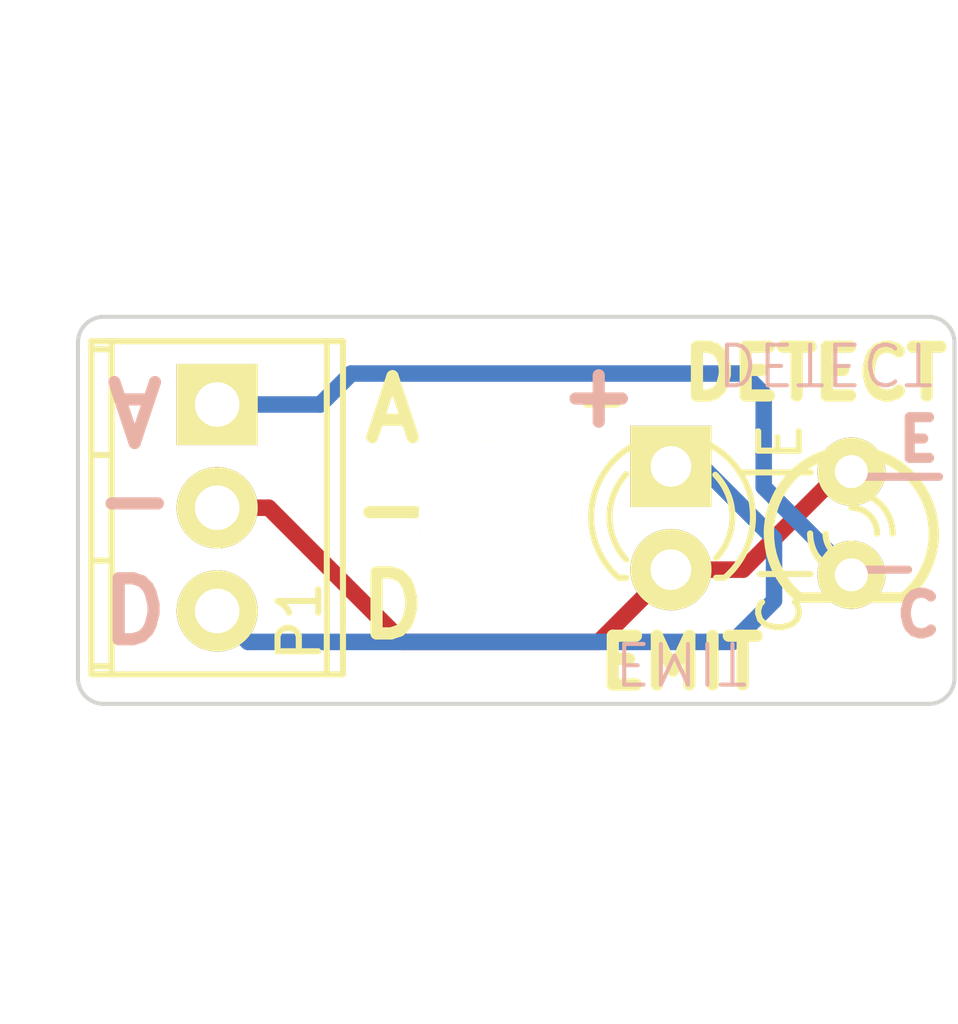
<source format=kicad_pcb>
(kicad_pcb (version 4) (host pcbnew 4.0.4-stable)

  (general
    (links 4)
    (no_connects 0)
    (area 134.47812 91.899999 158.165001 117.100001)
    (thickness 1.6)
    (drawings 21)
    (tracks 19)
    (zones 0)
    (modules 4)
    (nets 4)
  )

  (page A4)
  (layers
    (0 F.Cu signal)
    (31 B.Cu signal)
    (32 B.Adhes user)
    (33 F.Adhes user)
    (34 B.Paste user)
    (35 F.Paste user)
    (36 B.SilkS user)
    (37 F.SilkS user)
    (38 B.Mask user)
    (39 F.Mask user)
    (40 Dwgs.User user)
    (41 Cmts.User user)
    (42 Eco1.User user)
    (43 Eco2.User user)
    (44 Edge.Cuts user)
    (45 Margin user)
    (46 B.CrtYd user)
    (47 F.CrtYd user)
    (48 B.Fab user)
    (49 F.Fab user)
  )

  (setup
    (last_trace_width 0.4064)
    (user_trace_width 0.4064)
    (trace_clearance 0.2)
    (zone_clearance 0.508)
    (zone_45_only no)
    (trace_min 0.2)
    (segment_width 0.2)
    (edge_width 0.1)
    (via_size 0.6)
    (via_drill 0.4)
    (via_min_size 0.4)
    (via_min_drill 0.3)
    (uvia_size 0.3)
    (uvia_drill 0.1)
    (uvias_allowed no)
    (uvia_min_size 0.2)
    (uvia_min_drill 0.1)
    (pcb_text_width 0.3)
    (pcb_text_size 1.5 1.5)
    (mod_edge_width 0.15)
    (mod_text_size 1 1)
    (mod_text_width 0.15)
    (pad_size 1.5 1.5)
    (pad_drill 0.6)
    (pad_to_mask_clearance 0)
    (aux_axis_origin 0 0)
    (visible_elements 7FFFFFFF)
    (pcbplotparams
      (layerselection 0x00030_80000001)
      (usegerberextensions false)
      (excludeedgelayer true)
      (linewidth 0.100000)
      (plotframeref false)
      (viasonmask false)
      (mode 1)
      (useauxorigin false)
      (hpglpennumber 1)
      (hpglpenspeed 20)
      (hpglpendiameter 15)
      (hpglpenoverlay 2)
      (psnegative false)
      (psa4output false)
      (plotreference true)
      (plotvalue true)
      (plotinvisibletext false)
      (padsonsilk false)
      (subtractmaskfromsilk false)
      (outputformat 1)
      (mirror false)
      (drillshape 1)
      (scaleselection 1)
      (outputdirectory ""))
  )

  (net 0 "")
  (net 1 "Net-(D1-Pad1)")
  (net 2 "Net-(D1-Pad2)")
  (net 3 "Net-(P1-Pad1)")

  (net_class Default "This is the default net class."
    (clearance 0.2)
    (trace_width 0.25)
    (via_dia 0.6)
    (via_drill 0.4)
    (uvia_dia 0.3)
    (uvia_drill 0.1)
    (add_net "Net-(D1-Pad1)")
    (add_net "Net-(D1-Pad2)")
    (add_net "Net-(P1-Pad1)")
  )

  (module myFootPrints:LED-3MM (layer F.Cu) (tedit 587D7E44) (tstamp 587BE3CD)
    (at 151.13 105.918 90)
    (descr "LED 3mm round vertical")
    (tags "LED  3mm round vertical")
    (path /5883B77E)
    (fp_text reference D1 (at 1.91 3.06 90) (layer F.SilkS) hide
      (effects (font (size 1 1) (thickness 0.15)))
    )
    (fp_text value LED (at 1.27 -1.524 90) (layer F.Fab)
      (effects (font (size 1 1) (thickness 0.15)))
    )
    (fp_text user + (at 4.064 -1.778 90) (layer F.SilkS)
      (effects (font (size 1 1) (thickness 0.15)))
    )
    (fp_line (start -1.2 2.3) (end 3.8 2.3) (layer F.CrtYd) (width 0.05))
    (fp_line (start 3.8 2.3) (end 3.8 -2.2) (layer F.CrtYd) (width 0.05))
    (fp_line (start 3.8 -2.2) (end -1.2 -2.2) (layer F.CrtYd) (width 0.05))
    (fp_line (start -1.2 -2.2) (end -1.2 2.3) (layer F.CrtYd) (width 0.05))
    (fp_line (start -0.199 1.314) (end -0.199 1.114) (layer F.SilkS) (width 0.15))
    (fp_line (start -0.199 -1.28) (end -0.199 -1.1) (layer F.SilkS) (width 0.15))
    (fp_arc (start 1.301 0.034) (end -0.199 -1.286) (angle 108.5) (layer F.SilkS) (width 0.15))
    (fp_arc (start 1.301 0.034) (end 0.25 -1.1) (angle 85.7) (layer F.SilkS) (width 0.15))
    (fp_arc (start 1.311 0.034) (end 3.051 0.994) (angle 110) (layer F.SilkS) (width 0.15))
    (fp_arc (start 1.301 0.034) (end 2.335 1.094) (angle 87.5) (layer F.SilkS) (width 0.15))
    (pad 1 thru_hole circle (at 0 0 180) (size 2 2) (drill 1.00076) (layers *.Cu *.Mask F.SilkS)
      (net 1 "Net-(D1-Pad1)"))
    (pad 2 thru_hole rect (at 2.54 0 90) (size 2 2) (drill 1.00076) (layers *.Cu *.Mask F.SilkS)
      (net 2 "Net-(D1-Pad2)"))
    (model LEDs.3dshapes/LED-3MM.wrl
      (at (xyz 0.05 0 0))
      (scale (xyz 1 1 1))
      (rotate (xyz 0 0 90))
    )
  )

  (module Terminal_Blocks:TerminalBlock_Pheonix_MPT-2.54mm_3pol (layer F.Cu) (tedit 587BE40B) (tstamp 587BE3D4)
    (at 139.954 101.854 270)
    (descr "3-way 2.54mm pitch terminal block, Phoenix MPT series")
    (path /587EA1B9)
    (fp_text reference P1 (at 5.334 -2.032 270) (layer F.SilkS)
      (effects (font (size 1 1) (thickness 0.15)))
    )
    (fp_text value CONN_01X03 (at 2.54 4.50088 270) (layer F.Fab)
      (effects (font (size 1 1) (thickness 0.15)))
    )
    (fp_line (start -1.778 3.302) (end 6.858 3.302) (layer F.CrtYd) (width 0.05))
    (fp_line (start -1.778 -3.302) (end -1.778 3.302) (layer F.CrtYd) (width 0.05))
    (fp_line (start 6.858 -3.302) (end -1.778 -3.302) (layer F.CrtYd) (width 0.05))
    (fp_line (start 6.858 3.302) (end 6.858 -3.302) (layer F.CrtYd) (width 0.05))
    (fp_line (start 6.63956 -3.0988) (end -1.55956 -3.0988) (layer F.SilkS) (width 0.15))
    (fp_line (start 6.63956 -2.70002) (end -1.55956 -2.70002) (layer F.SilkS) (width 0.15))
    (fp_line (start 6.63956 2.60096) (end -1.55956 2.60096) (layer F.SilkS) (width 0.15))
    (fp_line (start -1.55956 3.0988) (end 6.63956 3.0988) (layer F.SilkS) (width 0.15))
    (fp_line (start 3.84048 2.60096) (end 3.84048 3.0988) (layer F.SilkS) (width 0.15))
    (fp_line (start -1.3589 3.0988) (end -1.3589 2.60096) (layer F.SilkS) (width 0.15))
    (fp_line (start 6.44144 2.60096) (end 6.44144 3.0988) (layer F.SilkS) (width 0.15))
    (fp_line (start 1.24206 3.0988) (end 1.24206 2.60096) (layer F.SilkS) (width 0.15))
    (fp_line (start 6.63956 3.0988) (end 6.63956 -3.0988) (layer F.SilkS) (width 0.15))
    (fp_line (start -1.55702 -3.0988) (end -1.55702 3.0988) (layer F.SilkS) (width 0.15))
    (pad 3 thru_hole oval (at 5.08 0 270) (size 1.99898 1.99898) (drill 1.09728) (layers *.Cu *.Mask F.SilkS)
      (net 2 "Net-(D1-Pad2)"))
    (pad 1 thru_hole rect (at 0 0 270) (size 1.99898 1.99898) (drill 1.09728) (layers *.Cu *.Mask F.SilkS)
      (net 3 "Net-(P1-Pad1)"))
    (pad 2 thru_hole oval (at 2.54 0 270) (size 1.99898 1.99898) (drill 1.09728) (layers *.Cu *.Mask F.SilkS)
      (net 1 "Net-(D1-Pad1)"))
    (model Terminal_Blocks.3dshapes/TerminalBlock_Pheonix_MPT-2.54mm_3pol.wrl
      (at (xyz 0.1 0 0))
      (scale (xyz 1 1 1))
      (rotate (xyz 0 0 0))
    )
  )

  (module myFootPrints:PHOTO_TRANS (layer F.Cu) (tedit 55419277) (tstamp 587BE3DA)
    (at 155.575 104.775 270)
    (descr "LED 3mm - Lead pitch 100mil (2,54mm)")
    (tags "LED led 3mm 3MM 100mil 2,54mm")
    (path /58857A01)
    (fp_text reference Q1 (at 2.54 0 360) (layer F.SilkS) hide
      (effects (font (size 0.762 0.762) (thickness 0.0889)))
    )
    (fp_text value OPTO_NPN (at 0.35921 0.35921 360) (layer F.SilkS) hide
      (effects (font (size 0.508 0.508) (thickness 0.127)))
    )
    (fp_line (start -1.25 2.5) (end -1.25 2.75) (layer F.SilkS) (width 0.15))
    (fp_line (start -1.25 1) (end -1.25 2.5) (layer F.SilkS) (width 0.15))
    (fp_line (start 1.25 1) (end 1.25 2.25) (layer F.SilkS) (width 0.15))
    (fp_text user E (at -2 1.75 270) (layer F.SilkS)
      (effects (font (size 1 1) (thickness 0.15)))
    )
    (fp_text user C (at 2.25 1.75 270) (layer F.SilkS)
      (effects (font (size 1 1) (thickness 0.15)))
    )
    (fp_line (start 1.8288 1.27) (end 1.8288 -1.27) (layer F.SilkS) (width 0.254))
    (fp_arc (start 0.254 0) (end -0.381 0) (angle 90) (layer F.SilkS) (width 0.1524))
    (fp_arc (start 0.254 0) (end -0.762 0) (angle 90) (layer F.SilkS) (width 0.1524))
    (fp_arc (start 0.254 0) (end 0.889 0) (angle 90) (layer F.SilkS) (width 0.1524))
    (fp_arc (start 0.254 0) (end 1.27 0) (angle 90) (layer F.SilkS) (width 0.1524))
    (fp_arc (start 0.254 0) (end 0.254 -2.032) (angle 50.1) (layer F.SilkS) (width 0.254))
    (fp_arc (start 0.254 0) (end -1.5367 -0.95504) (angle 61.9) (layer F.SilkS) (width 0.254))
    (fp_arc (start 0.254 0) (end 1.8034 1.31064) (angle 49.7) (layer F.SilkS) (width 0.254))
    (fp_arc (start 0.254 0) (end 0.254 2.032) (angle 60.2) (layer F.SilkS) (width 0.254))
    (fp_arc (start 0.254 0) (end -1.778 0) (angle 28.3) (layer F.SilkS) (width 0.254))
    (fp_arc (start 0.254 0) (end -1.47574 1.06426) (angle 31.6) (layer F.SilkS) (width 0.254))
    (pad 1 thru_hole circle (at -1.27 0 270) (size 1.6764 1.6764) (drill 0.8128) (layers *.Cu *.Mask F.SilkS)
      (net 1 "Net-(D1-Pad1)"))
    (pad 3 thru_hole circle (at 1.27 0 315) (size 1.6764 1.6764) (drill 0.8128) (layers *.Cu *.Mask F.SilkS)
      (net 3 "Net-(P1-Pad1)"))
    (model discret/leds/led3_vertical_verde.wrl
      (at (xyz 0 0 0))
      (scale (xyz 1 1 1))
      (rotate (xyz 0 0 0))
    )
  )

  (module myFootPrints:myNPTH (layer F.Cu) (tedit 587BEE8B) (tstamp 587BF358)
    (at 146.812 104.648)
    (descr "Through hole pin header")
    (tags "pin header")
    (fp_text reference REF** (at 0.254 0.508) (layer Eco2.User)
      (effects (font (size 0.3 0.3) (thickness 0.075)))
    )
    (fp_text value Pin_Header_Straight_1x01 (at 0 -1.27) (layer F.Fab) hide
      (effects (font (size 0.127 0.127) (thickness 0.03175)))
    )
    (pad "" np_thru_hole circle (at 0 0) (size 3.8 3.8) (drill 3.8) (layers *.Cu *.Mask F.SilkS)
      (thermal_width 4) (thermal_gap 4))
  )

  (gr_line (start 155.702 103.632) (end 157.734 103.632) (angle 90) (layer B.SilkS) (width 0.2))
  (gr_line (start 155.702 105.918) (end 156.972 105.918) (angle 90) (layer B.SilkS) (width 0.2))
  (gr_text E (at 157.226 102.616 180) (layer B.SilkS)
    (effects (font (size 1 1) (thickness 0.25)) (justify mirror))
  )
  (gr_text C (at 157.226 106.934 180) (layer B.SilkS)
    (effects (font (size 1 1) (thickness 0.25)) (justify mirror))
  )
  (gr_text DETECT (at 154.94 100.838 180) (layer B.SilkS)
    (effects (font (size 1 1) (thickness 0.1)) (justify mirror))
  )
  (gr_text EMIT (at 151.384 108.204 180) (layer B.SilkS)
    (effects (font (size 1 1) (thickness 0.1)) (justify mirror))
  )
  (gr_text + (at 149.352 101.6) (layer B.SilkS)
    (effects (font (size 1.5 1.5) (thickness 0.3)) (justify mirror))
  )
  (gr_text "D\n-\nA" (at 137.922 104.394 180) (layer B.SilkS)
    (effects (font (size 1.5 1.5) (thickness 0.3)) (justify mirror))
  )
  (gr_text "A\n-\nD" (at 144.272 104.394) (layer F.SilkS)
    (effects (font (size 1.5 1.5) (thickness 0.3)))
  )
  (gr_text EMIT (at 151.384 108.204) (layer F.SilkS)
    (effects (font (size 1.2 1.2) (thickness 0.3)))
  )
  (gr_text DETECT (at 154.686 101.092) (layer F.SilkS)
    (effects (font (size 1.2 1.2) (thickness 0.3)))
  )
  (gr_arc (start 157.48 100.33) (end 157.48 99.695) (angle 90) (layer Edge.Cuts) (width 0.1))
  (gr_arc (start 157.48 108.585) (end 158.115 108.585) (angle 90) (layer Edge.Cuts) (width 0.1))
  (gr_arc (start 137.16 108.585) (end 137.16 109.22) (angle 90) (layer Edge.Cuts) (width 0.1))
  (gr_arc (start 137.16 100.33) (end 136.525 100.33) (angle 90) (layer Edge.Cuts) (width 0.1))
  (gr_line (start 136.525 100.33) (end 136.525 108.585) (angle 90) (layer Edge.Cuts) (width 0.1))
  (gr_line (start 158.115 100.33) (end 158.115 108.585) (angle 90) (layer Edge.Cuts) (width 0.1))
  (gr_line (start 137.16 99.695) (end 157.48 99.695) (angle 90) (layer Edge.Cuts) (width 0.1))
  (gr_line (start 137.16 109.22) (end 157.48 109.22) (angle 90) (layer Edge.Cuts) (width 0.1))
  (gr_line (start 158 92) (end 158 117) (angle 90) (layer Dwgs.User) (width 0.2))
  (gr_line (start 149 92) (end 149 117) (angle 90) (layer Dwgs.User) (width 0.2))

  (segment (start 151.13 105.918) (end 152.908 105.918) (width 0.4064) (layer F.Cu) (net 1))
  (segment (start 152.908 105.918) (end 155.321 103.505) (width 0.4064) (layer F.Cu) (net 1) (tstamp 587D89FD))
  (segment (start 155.321 103.505) (end 155.575 103.505) (width 0.4064) (layer F.Cu) (net 1) (tstamp 587D89FE))
  (segment (start 139.954 104.394) (end 141.224 104.394) (width 0.4064) (layer F.Cu) (net 1))
  (segment (start 149.352 107.696) (end 151.13 105.918) (width 0.4064) (layer F.Cu) (net 1) (tstamp 587D89F9))
  (segment (start 144.526 107.696) (end 149.352 107.696) (width 0.4064) (layer F.Cu) (net 1) (tstamp 587D89F6))
  (segment (start 141.224 104.394) (end 144.526 107.696) (width 0.4064) (layer F.Cu) (net 1) (tstamp 587D89F3))
  (segment (start 151.13 103.378) (end 151.892 103.378) (width 0.4064) (layer B.Cu) (net 2))
  (segment (start 151.892 103.378) (end 153.67 105.156) (width 0.4064) (layer B.Cu) (net 2) (tstamp 587D8A09))
  (segment (start 153.67 105.156) (end 153.67 106.68) (width 0.4064) (layer B.Cu) (net 2) (tstamp 587D8A0A))
  (segment (start 153.67 106.68) (end 152.654 107.696) (width 0.4064) (layer B.Cu) (net 2) (tstamp 587D8A0C))
  (segment (start 152.654 107.696) (end 140.716 107.696) (width 0.4064) (layer B.Cu) (net 2) (tstamp 587D8A0D))
  (segment (start 140.716 107.696) (end 139.954 106.934) (width 0.4064) (layer B.Cu) (net 2) (tstamp 587D8A10))
  (segment (start 139.954 101.854) (end 142.494 101.854) (width 0.4064) (layer B.Cu) (net 3))
  (segment (start 153.416 103.886) (end 155.575 106.045) (width 0.4064) (layer B.Cu) (net 3) (tstamp 587D8A20))
  (segment (start 153.416 101.6) (end 153.416 103.886) (width 0.4064) (layer B.Cu) (net 3) (tstamp 587D8A1D))
  (segment (start 152.908 101.092) (end 153.416 101.6) (width 0.4064) (layer B.Cu) (net 3) (tstamp 587D8A19))
  (segment (start 143.256 101.092) (end 152.908 101.092) (width 0.4064) (layer B.Cu) (net 3) (tstamp 587D8A17))
  (segment (start 142.494 101.854) (end 143.256 101.092) (width 0.4064) (layer B.Cu) (net 3) (tstamp 587D8A13))

)

</source>
